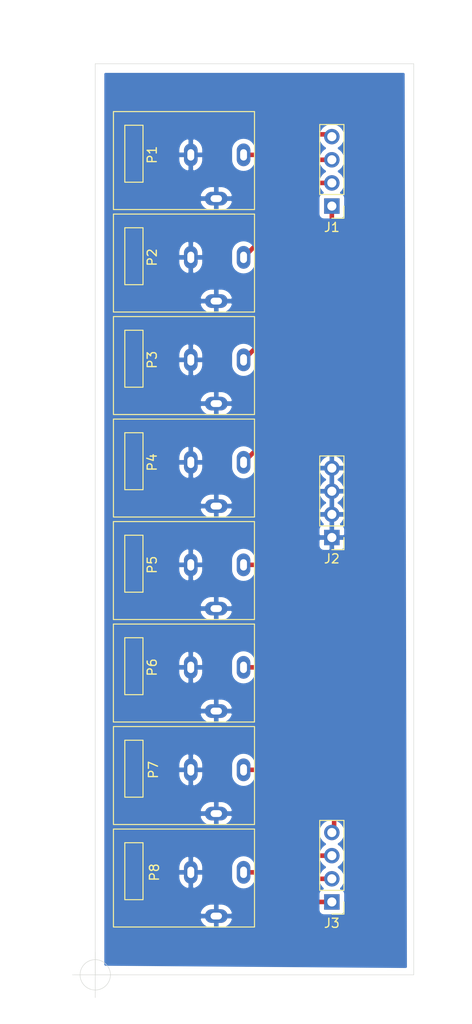
<source format=kicad_pcb>
(kicad_pcb (version 20171130) (host pcbnew 5.1.12-1.fc35)

  (general
    (thickness 1.6)
    (drawings 13)
    (tracks 31)
    (zones 0)
    (modules 11)
    (nets 10)
  )

  (page A4)
  (layers
    (0 F.Cu signal)
    (31 B.Cu signal)
    (32 B.Adhes user)
    (33 F.Adhes user)
    (34 B.Paste user)
    (35 F.Paste user)
    (36 B.SilkS user)
    (37 F.SilkS user)
    (38 B.Mask user)
    (39 F.Mask user)
    (40 Dwgs.User user)
    (41 Cmts.User user)
    (42 Eco1.User user)
    (43 Eco2.User user)
    (44 Edge.Cuts user)
    (45 Margin user)
    (46 B.CrtYd user)
    (47 F.CrtYd user)
    (48 B.Fab user)
    (49 F.Fab user hide)
  )

  (setup
    (last_trace_width 0.5)
    (trace_clearance 0.5)
    (zone_clearance 0.508)
    (zone_45_only no)
    (trace_min 0.2)
    (via_size 0.8)
    (via_drill 0.4)
    (via_min_size 0.4)
    (via_min_drill 0.3)
    (uvia_size 0.3)
    (uvia_drill 0.1)
    (uvias_allowed no)
    (uvia_min_size 0.2)
    (uvia_min_drill 0.1)
    (edge_width 0.05)
    (segment_width 0.2)
    (pcb_text_width 0.3)
    (pcb_text_size 1.5 1.5)
    (mod_edge_width 0.12)
    (mod_text_size 1 1)
    (mod_text_width 0.15)
    (pad_size 1.524 1.524)
    (pad_drill 0.762)
    (pad_to_mask_clearance 0)
    (aux_axis_origin 72 139)
    (grid_origin 72 139)
    (visible_elements FFFFFF7F)
    (pcbplotparams
      (layerselection 0x010fc_ffffffff)
      (usegerberextensions false)
      (usegerberattributes true)
      (usegerberadvancedattributes true)
      (creategerberjobfile true)
      (excludeedgelayer true)
      (linewidth 0.100000)
      (plotframeref false)
      (viasonmask false)
      (mode 1)
      (useauxorigin false)
      (hpglpennumber 1)
      (hpglpenspeed 20)
      (hpglpendiameter 15.000000)
      (psnegative false)
      (psa4output false)
      (plotreference true)
      (plotvalue true)
      (plotinvisibletext false)
      (padsonsilk false)
      (subtractmaskfromsilk false)
      (outputformat 1)
      (mirror false)
      (drillshape 1)
      (scaleselection 1)
      (outputdirectory ""))
  )

  (net 0 "")
  (net 1 /CH_A7)
  (net 2 /CH_A6)
  (net 3 /CH_A5)
  (net 4 /CH_A4)
  (net 5 GND)
  (net 6 /CH_B7)
  (net 7 /CH_B6)
  (net 8 /CH_B5)
  (net 9 /CH_B4)

  (net_class Default "This is the default net class."
    (clearance 0.5)
    (trace_width 0.5)
    (via_dia 0.8)
    (via_drill 0.4)
    (uvia_dia 0.3)
    (uvia_drill 0.1)
    (add_net /CH_A4)
    (add_net /CH_A5)
    (add_net /CH_A6)
    (add_net /CH_A7)
    (add_net /CH_B4)
    (add_net /CH_B5)
    (add_net /CH_B6)
    (add_net /CH_B7)
    (add_net GND)
  )

  (module PanelIQ:DC-005 (layer F.Cu) (tedit 62043872) (tstamp 621AA555)
    (at 74.5 127.75)
    (path /624A0DBA)
    (fp_text reference P8 (at 4 0 270) (layer F.SilkS)
      (effects (font (size 1 1) (thickness 0.15)))
    )
    (fp_text value CH7 (at 7.0964 -12.5039 180) (layer F.Fab)
      (effects (font (size 1 1) (thickness 0.15)))
    )
    (fp_line (start -0.5 6) (end -0.5 -4.75) (layer F.SilkS) (width 0.12))
    (fp_line (start 15 6) (end -0.5 6) (layer F.SilkS) (width 0.12))
    (fp_line (start 15 -4.75) (end 15 6) (layer F.SilkS) (width 0.12))
    (fp_line (start -0.5 -4.75) (end 15 -4.75) (layer F.SilkS) (width 0.12))
    (fp_line (start 0.75 3) (end 0.75 -3.25) (layer F.SilkS) (width 0.12))
    (fp_line (start 2.75 3) (end 0.75 3) (layer F.SilkS) (width 0.12))
    (fp_line (start 2.75 -3.25) (end 2.75 3) (layer F.SilkS) (width 0.12))
    (fp_line (start 0.75 -3.25) (end 2.75 -3.25) (layer F.SilkS) (width 0.12))
    (fp_line (start 0 4.5) (end 14.3 4.5) (layer F.CrtYd) (width 0.12))
    (fp_line (start 14.3 -4.5) (end 14.3 4.5) (layer F.CrtYd) (width 0.12))
    (fp_line (start 14.3 -4.5) (end 0 -4.5) (layer F.CrtYd) (width 0.12))
    (fp_line (start 0 -4.5) (end 0 4.5) (layer F.CrtYd) (width 0.12))
    (pad 2 thru_hole oval (at 8 0 180) (size 1.5 2.5) (drill oval 0.75 1.25) (layers *.Cu *.Mask)
      (net 5 GND))
    (pad 1 thru_hole oval (at 13.8 0 180) (size 1.5 2.5) (drill oval 0.75 1.25) (layers *.Cu *.Mask)
      (net 9 /CH_B4))
    (pad 3 thru_hole oval (at 10.8 4.8 90) (size 1.5 2.5) (drill oval 0.75 1.25) (layers *.Cu *.Mask)
      (net 5 GND))
  )

  (module PanelIQ:DC-005 (layer F.Cu) (tedit 62043872) (tstamp 621AA4A7)
    (at 74.495 105.25)
    (path /624A0DAD)
    (fp_text reference P6 (at 3.755 0 90) (layer F.SilkS)
      (effects (font (size 1 1) (thickness 0.15)))
    )
    (fp_text value CH6 (at 7.0964 -12.5039 180) (layer F.Fab)
      (effects (font (size 1 1) (thickness 0.15)))
    )
    (fp_line (start -0.5 6) (end -0.5 -4.75) (layer F.SilkS) (width 0.12))
    (fp_line (start 15 6) (end -0.5 6) (layer F.SilkS) (width 0.12))
    (fp_line (start 15 -4.75) (end 15 6) (layer F.SilkS) (width 0.12))
    (fp_line (start -0.5 -4.75) (end 15 -4.75) (layer F.SilkS) (width 0.12))
    (fp_line (start 0.75 3) (end 0.75 -3.25) (layer F.SilkS) (width 0.12))
    (fp_line (start 2.75 3) (end 0.75 3) (layer F.SilkS) (width 0.12))
    (fp_line (start 2.75 -3.25) (end 2.75 3) (layer F.SilkS) (width 0.12))
    (fp_line (start 0.75 -3.25) (end 2.75 -3.25) (layer F.SilkS) (width 0.12))
    (fp_line (start 0 4.5) (end 14.3 4.5) (layer F.CrtYd) (width 0.12))
    (fp_line (start 14.3 -4.5) (end 14.3 4.5) (layer F.CrtYd) (width 0.12))
    (fp_line (start 14.3 -4.5) (end 0 -4.5) (layer F.CrtYd) (width 0.12))
    (fp_line (start 0 -4.5) (end 0 4.5) (layer F.CrtYd) (width 0.12))
    (pad 2 thru_hole oval (at 8 0 180) (size 1.5 2.5) (drill oval 0.75 1.25) (layers *.Cu *.Mask)
      (net 5 GND))
    (pad 1 thru_hole oval (at 13.8 0 180) (size 1.5 2.5) (drill oval 0.75 1.25) (layers *.Cu *.Mask)
      (net 7 /CH_B6))
    (pad 3 thru_hole oval (at 10.8 4.8 90) (size 1.5 2.5) (drill oval 0.75 1.25) (layers *.Cu *.Mask)
      (net 5 GND))
  )

  (module PanelIQ:DC-005 (layer F.Cu) (tedit 62043872) (tstamp 621AA58B)
    (at 74.5 116.5)
    (path /624A0DA1)
    (fp_text reference P7 (at 3.885 0 90) (layer F.SilkS)
      (effects (font (size 1 1) (thickness 0.15)))
    )
    (fp_text value CH5 (at 7.0964 -12.5039 180) (layer F.Fab)
      (effects (font (size 1 1) (thickness 0.15)))
    )
    (fp_line (start -0.5 6) (end -0.5 -4.75) (layer F.SilkS) (width 0.12))
    (fp_line (start 15 6) (end -0.5 6) (layer F.SilkS) (width 0.12))
    (fp_line (start 15 -4.75) (end 15 6) (layer F.SilkS) (width 0.12))
    (fp_line (start -0.5 -4.75) (end 15 -4.75) (layer F.SilkS) (width 0.12))
    (fp_line (start 0.75 3) (end 0.75 -3.25) (layer F.SilkS) (width 0.12))
    (fp_line (start 2.75 3) (end 0.75 3) (layer F.SilkS) (width 0.12))
    (fp_line (start 2.75 -3.25) (end 2.75 3) (layer F.SilkS) (width 0.12))
    (fp_line (start 0.75 -3.25) (end 2.75 -3.25) (layer F.SilkS) (width 0.12))
    (fp_line (start 0 4.5) (end 14.3 4.5) (layer F.CrtYd) (width 0.12))
    (fp_line (start 14.3 -4.5) (end 14.3 4.5) (layer F.CrtYd) (width 0.12))
    (fp_line (start 14.3 -4.5) (end 0 -4.5) (layer F.CrtYd) (width 0.12))
    (fp_line (start 0 -4.5) (end 0 4.5) (layer F.CrtYd) (width 0.12))
    (pad 2 thru_hole oval (at 8 0 180) (size 1.5 2.5) (drill oval 0.75 1.25) (layers *.Cu *.Mask)
      (net 5 GND))
    (pad 1 thru_hole oval (at 13.8 0 180) (size 1.5 2.5) (drill oval 0.75 1.25) (layers *.Cu *.Mask)
      (net 8 /CH_B5))
    (pad 3 thru_hole oval (at 10.8 4.8 90) (size 1.5 2.5) (drill oval 0.75 1.25) (layers *.Cu *.Mask)
      (net 5 GND))
  )

  (module PanelIQ:DC-005 (layer F.Cu) (tedit 62043872) (tstamp 621AA4E3)
    (at 74.495 94)
    (path /624A0D93)
    (fp_text reference P5 (at 3.755 0 270) (layer F.SilkS)
      (effects (font (size 1 1) (thickness 0.15)))
    )
    (fp_text value CH4 (at 7.0964 -12.5039 180) (layer F.Fab)
      (effects (font (size 1 1) (thickness 0.15)))
    )
    (fp_line (start -0.5 6) (end -0.5 -4.75) (layer F.SilkS) (width 0.12))
    (fp_line (start 15 6) (end -0.5 6) (layer F.SilkS) (width 0.12))
    (fp_line (start 15 -4.75) (end 15 6) (layer F.SilkS) (width 0.12))
    (fp_line (start -0.5 -4.75) (end 15 -4.75) (layer F.SilkS) (width 0.12))
    (fp_line (start 0.75 3) (end 0.75 -3.25) (layer F.SilkS) (width 0.12))
    (fp_line (start 2.75 3) (end 0.75 3) (layer F.SilkS) (width 0.12))
    (fp_line (start 2.75 -3.25) (end 2.75 3) (layer F.SilkS) (width 0.12))
    (fp_line (start 0.75 -3.25) (end 2.75 -3.25) (layer F.SilkS) (width 0.12))
    (fp_line (start 0 4.5) (end 14.3 4.5) (layer F.CrtYd) (width 0.12))
    (fp_line (start 14.3 -4.5) (end 14.3 4.5) (layer F.CrtYd) (width 0.12))
    (fp_line (start 14.3 -4.5) (end 0 -4.5) (layer F.CrtYd) (width 0.12))
    (fp_line (start 0 -4.5) (end 0 4.5) (layer F.CrtYd) (width 0.12))
    (pad 2 thru_hole oval (at 8 0 180) (size 1.5 2.5) (drill oval 0.75 1.25) (layers *.Cu *.Mask)
      (net 5 GND))
    (pad 1 thru_hole oval (at 13.8 0 180) (size 1.5 2.5) (drill oval 0.75 1.25) (layers *.Cu *.Mask)
      (net 6 /CH_B7))
    (pad 3 thru_hole oval (at 10.8 4.8 90) (size 1.5 2.5) (drill oval 0.75 1.25) (layers *.Cu *.Mask)
      (net 5 GND))
  )

  (module PanelIQ:DC-005 (layer F.Cu) (tedit 62043872) (tstamp 621AA51F)
    (at 74.5 71.5)
    (path /6245A0EB)
    (fp_text reference P3 (at 3.75 0 90) (layer F.SilkS)
      (effects (font (size 1 1) (thickness 0.15)))
    )
    (fp_text value CH3 (at 7.0964 -12.5039 180) (layer F.Fab)
      (effects (font (size 1 1) (thickness 0.15)))
    )
    (fp_line (start -0.5 6) (end -0.5 -4.75) (layer F.SilkS) (width 0.12))
    (fp_line (start 15 6) (end -0.5 6) (layer F.SilkS) (width 0.12))
    (fp_line (start 15 -4.75) (end 15 6) (layer F.SilkS) (width 0.12))
    (fp_line (start -0.5 -4.75) (end 15 -4.75) (layer F.SilkS) (width 0.12))
    (fp_line (start 0.75 3) (end 0.75 -3.25) (layer F.SilkS) (width 0.12))
    (fp_line (start 2.75 3) (end 0.75 3) (layer F.SilkS) (width 0.12))
    (fp_line (start 2.75 -3.25) (end 2.75 3) (layer F.SilkS) (width 0.12))
    (fp_line (start 0.75 -3.25) (end 2.75 -3.25) (layer F.SilkS) (width 0.12))
    (fp_line (start 0 4.5) (end 14.3 4.5) (layer F.CrtYd) (width 0.12))
    (fp_line (start 14.3 -4.5) (end 14.3 4.5) (layer F.CrtYd) (width 0.12))
    (fp_line (start 14.3 -4.5) (end 0 -4.5) (layer F.CrtYd) (width 0.12))
    (fp_line (start 0 -4.5) (end 0 4.5) (layer F.CrtYd) (width 0.12))
    (pad 2 thru_hole oval (at 8 0 180) (size 1.5 2.5) (drill oval 0.75 1.25) (layers *.Cu *.Mask)
      (net 5 GND))
    (pad 1 thru_hole oval (at 13.8 0 180) (size 1.5 2.5) (drill oval 0.75 1.25) (layers *.Cu *.Mask)
      (net 3 /CH_A5))
    (pad 3 thru_hole oval (at 10.8 4.8 90) (size 1.5 2.5) (drill oval 0.75 1.25) (layers *.Cu *.Mask)
      (net 5 GND))
  )

  (module PanelIQ:DC-005 (layer F.Cu) (tedit 62043872) (tstamp 621AA43B)
    (at 74.5 82.75)
    (path /6245A0DD)
    (fp_text reference P4 (at 3.75 0 90) (layer F.SilkS)
      (effects (font (size 1 1) (thickness 0.15)))
    )
    (fp_text value CH2 (at 7.0964 -12.5039 180) (layer F.Fab)
      (effects (font (size 1 1) (thickness 0.15)))
    )
    (fp_line (start -0.5 6) (end -0.5 -4.75) (layer F.SilkS) (width 0.12))
    (fp_line (start 15 6) (end -0.5 6) (layer F.SilkS) (width 0.12))
    (fp_line (start 15 -4.75) (end 15 6) (layer F.SilkS) (width 0.12))
    (fp_line (start -0.5 -4.75) (end 15 -4.75) (layer F.SilkS) (width 0.12))
    (fp_line (start 0.75 3) (end 0.75 -3.25) (layer F.SilkS) (width 0.12))
    (fp_line (start 2.75 3) (end 0.75 3) (layer F.SilkS) (width 0.12))
    (fp_line (start 2.75 -3.25) (end 2.75 3) (layer F.SilkS) (width 0.12))
    (fp_line (start 0.75 -3.25) (end 2.75 -3.25) (layer F.SilkS) (width 0.12))
    (fp_line (start 0 4.5) (end 14.3 4.5) (layer F.CrtYd) (width 0.12))
    (fp_line (start 14.3 -4.5) (end 14.3 4.5) (layer F.CrtYd) (width 0.12))
    (fp_line (start 14.3 -4.5) (end 0 -4.5) (layer F.CrtYd) (width 0.12))
    (fp_line (start 0 -4.5) (end 0 4.5) (layer F.CrtYd) (width 0.12))
    (pad 2 thru_hole oval (at 8 0 180) (size 1.5 2.5) (drill oval 0.75 1.25) (layers *.Cu *.Mask)
      (net 5 GND))
    (pad 1 thru_hole oval (at 13.8 0 180) (size 1.5 2.5) (drill oval 0.75 1.25) (layers *.Cu *.Mask)
      (net 4 /CH_A4))
    (pad 3 thru_hole oval (at 10.8 4.8 90) (size 1.5 2.5) (drill oval 0.75 1.25) (layers *.Cu *.Mask)
      (net 5 GND))
  )

  (module PanelIQ:DC-005 (layer F.Cu) (tedit 62043872) (tstamp 621AA471)
    (at 74.5 60.25)
    (path /62388465)
    (fp_text reference P2 (at 3.75 0 90) (layer F.SilkS)
      (effects (font (size 1 1) (thickness 0.15)))
    )
    (fp_text value CH1 (at 7.0964 -12.5039 180) (layer F.Fab)
      (effects (font (size 1 1) (thickness 0.15)))
    )
    (fp_line (start -0.5 6) (end -0.5 -4.75) (layer F.SilkS) (width 0.12))
    (fp_line (start 15 6) (end -0.5 6) (layer F.SilkS) (width 0.12))
    (fp_line (start 15 -4.75) (end 15 6) (layer F.SilkS) (width 0.12))
    (fp_line (start -0.5 -4.75) (end 15 -4.75) (layer F.SilkS) (width 0.12))
    (fp_line (start 0.75 3) (end 0.75 -3.25) (layer F.SilkS) (width 0.12))
    (fp_line (start 2.75 3) (end 0.75 3) (layer F.SilkS) (width 0.12))
    (fp_line (start 2.75 -3.25) (end 2.75 3) (layer F.SilkS) (width 0.12))
    (fp_line (start 0.75 -3.25) (end 2.75 -3.25) (layer F.SilkS) (width 0.12))
    (fp_line (start 0 4.5) (end 14.3 4.5) (layer F.CrtYd) (width 0.12))
    (fp_line (start 14.3 -4.5) (end 14.3 4.5) (layer F.CrtYd) (width 0.12))
    (fp_line (start 14.3 -4.5) (end 0 -4.5) (layer F.CrtYd) (width 0.12))
    (fp_line (start 0 -4.5) (end 0 4.5) (layer F.CrtYd) (width 0.12))
    (pad 2 thru_hole oval (at 8 0 180) (size 1.5 2.5) (drill oval 0.75 1.25) (layers *.Cu *.Mask)
      (net 5 GND))
    (pad 1 thru_hole oval (at 13.8 0 180) (size 1.5 2.5) (drill oval 0.75 1.25) (layers *.Cu *.Mask)
      (net 2 /CH_A6))
    (pad 3 thru_hole oval (at 10.8 4.8 90) (size 1.5 2.5) (drill oval 0.75 1.25) (layers *.Cu *.Mask)
      (net 5 GND))
  )

  (module PanelIQ:DC-005 (layer F.Cu) (tedit 62043872) (tstamp 621AA405)
    (at 74.5 49)
    (path /61CD718E)
    (fp_text reference P1 (at 3.75 0 270) (layer F.SilkS)
      (effects (font (size 1 1) (thickness 0.15)))
    )
    (fp_text value CH0 (at 7.0964 -12.5039 180) (layer F.Fab)
      (effects (font (size 1 1) (thickness 0.15)))
    )
    (fp_line (start -0.5 6) (end -0.5 -4.75) (layer F.SilkS) (width 0.12))
    (fp_line (start 15 6) (end -0.5 6) (layer F.SilkS) (width 0.12))
    (fp_line (start 15 -4.75) (end 15 6) (layer F.SilkS) (width 0.12))
    (fp_line (start -0.5 -4.75) (end 15 -4.75) (layer F.SilkS) (width 0.12))
    (fp_line (start 0.75 3) (end 0.75 -3.25) (layer F.SilkS) (width 0.12))
    (fp_line (start 2.75 3) (end 0.75 3) (layer F.SilkS) (width 0.12))
    (fp_line (start 2.75 -3.25) (end 2.75 3) (layer F.SilkS) (width 0.12))
    (fp_line (start 0.75 -3.25) (end 2.75 -3.25) (layer F.SilkS) (width 0.12))
    (fp_line (start 0 4.5) (end 14.3 4.5) (layer F.CrtYd) (width 0.12))
    (fp_line (start 14.3 -4.5) (end 14.3 4.5) (layer F.CrtYd) (width 0.12))
    (fp_line (start 14.3 -4.5) (end 0 -4.5) (layer F.CrtYd) (width 0.12))
    (fp_line (start 0 -4.5) (end 0 4.5) (layer F.CrtYd) (width 0.12))
    (pad 2 thru_hole oval (at 8 0 180) (size 1.5 2.5) (drill oval 0.75 1.25) (layers *.Cu *.Mask)
      (net 5 GND))
    (pad 1 thru_hole oval (at 13.8 0 180) (size 1.5 2.5) (drill oval 0.75 1.25) (layers *.Cu *.Mask)
      (net 1 /CH_A7))
    (pad 3 thru_hole oval (at 10.8 4.8 90) (size 1.5 2.5) (drill oval 0.75 1.25) (layers *.Cu *.Mask)
      (net 5 GND))
  )

  (module Connector_PinHeader_2.54mm:PinHeader_1x04_P2.54mm_Vertical (layer F.Cu) (tedit 59FED5CC) (tstamp 621A959E)
    (at 98 131 180)
    (descr "Through hole straight pin header, 1x04, 2.54mm pitch, single row")
    (tags "Through hole pin header THT 1x04 2.54mm single row")
    (path /620B3551)
    (fp_text reference J3 (at 0 -2.33) (layer F.SilkS)
      (effects (font (size 1 1) (thickness 0.15)))
    )
    (fp_text value ADDL_INPUT2 (at 0 9.95) (layer F.Fab)
      (effects (font (size 1 1) (thickness 0.15)))
    )
    (fp_text user %R (at 0 3.81 90) (layer F.Fab)
      (effects (font (size 1 1) (thickness 0.15)))
    )
    (fp_line (start -0.635 -1.27) (end 1.27 -1.27) (layer F.Fab) (width 0.1))
    (fp_line (start 1.27 -1.27) (end 1.27 8.89) (layer F.Fab) (width 0.1))
    (fp_line (start 1.27 8.89) (end -1.27 8.89) (layer F.Fab) (width 0.1))
    (fp_line (start -1.27 8.89) (end -1.27 -0.635) (layer F.Fab) (width 0.1))
    (fp_line (start -1.27 -0.635) (end -0.635 -1.27) (layer F.Fab) (width 0.1))
    (fp_line (start -1.33 8.95) (end 1.33 8.95) (layer F.SilkS) (width 0.12))
    (fp_line (start -1.33 1.27) (end -1.33 8.95) (layer F.SilkS) (width 0.12))
    (fp_line (start 1.33 1.27) (end 1.33 8.95) (layer F.SilkS) (width 0.12))
    (fp_line (start -1.33 1.27) (end 1.33 1.27) (layer F.SilkS) (width 0.12))
    (fp_line (start -1.33 0) (end -1.33 -1.33) (layer F.SilkS) (width 0.12))
    (fp_line (start -1.33 -1.33) (end 0 -1.33) (layer F.SilkS) (width 0.12))
    (fp_line (start -1.8 -1.8) (end -1.8 9.4) (layer F.CrtYd) (width 0.05))
    (fp_line (start -1.8 9.4) (end 1.8 9.4) (layer F.CrtYd) (width 0.05))
    (fp_line (start 1.8 9.4) (end 1.8 -1.8) (layer F.CrtYd) (width 0.05))
    (fp_line (start 1.8 -1.8) (end -1.8 -1.8) (layer F.CrtYd) (width 0.05))
    (pad 4 thru_hole oval (at 0 7.62 180) (size 1.7 1.7) (drill 1) (layers *.Cu *.Mask)
      (net 6 /CH_B7))
    (pad 3 thru_hole oval (at 0 5.08 180) (size 1.7 1.7) (drill 1) (layers *.Cu *.Mask)
      (net 7 /CH_B6))
    (pad 2 thru_hole oval (at 0 2.54 180) (size 1.7 1.7) (drill 1) (layers *.Cu *.Mask)
      (net 8 /CH_B5))
    (pad 1 thru_hole rect (at 0 0 180) (size 1.7 1.7) (drill 1) (layers *.Cu *.Mask)
      (net 9 /CH_B4))
    (model ${KISYS3DMOD}/Connector_PinHeader_2.54mm.3dshapes/PinHeader_1x04_P2.54mm_Vertical.wrl
      (at (xyz 0 0 0))
      (scale (xyz 1 1 1))
      (rotate (xyz 0 0 0))
    )
  )

  (module Connector_PinHeader_2.54mm:PinHeader_1x04_P2.54mm_Vertical (layer F.Cu) (tedit 59FED5CC) (tstamp 621A9586)
    (at 98 91 180)
    (descr "Through hole straight pin header, 1x04, 2.54mm pitch, single row")
    (tags "Through hole pin header THT 1x04 2.54mm single row")
    (path /620C47CE)
    (fp_text reference J2 (at 0 -2.33) (layer F.SilkS)
      (effects (font (size 1 1) (thickness 0.15)))
    )
    (fp_text value GND (at 0 9.95) (layer F.Fab)
      (effects (font (size 1 1) (thickness 0.15)))
    )
    (fp_text user %R (at 0 3.81 90) (layer F.Fab)
      (effects (font (size 1 1) (thickness 0.15)))
    )
    (fp_line (start -0.635 -1.27) (end 1.27 -1.27) (layer F.Fab) (width 0.1))
    (fp_line (start 1.27 -1.27) (end 1.27 8.89) (layer F.Fab) (width 0.1))
    (fp_line (start 1.27 8.89) (end -1.27 8.89) (layer F.Fab) (width 0.1))
    (fp_line (start -1.27 8.89) (end -1.27 -0.635) (layer F.Fab) (width 0.1))
    (fp_line (start -1.27 -0.635) (end -0.635 -1.27) (layer F.Fab) (width 0.1))
    (fp_line (start -1.33 8.95) (end 1.33 8.95) (layer F.SilkS) (width 0.12))
    (fp_line (start -1.33 1.27) (end -1.33 8.95) (layer F.SilkS) (width 0.12))
    (fp_line (start 1.33 1.27) (end 1.33 8.95) (layer F.SilkS) (width 0.12))
    (fp_line (start -1.33 1.27) (end 1.33 1.27) (layer F.SilkS) (width 0.12))
    (fp_line (start -1.33 0) (end -1.33 -1.33) (layer F.SilkS) (width 0.12))
    (fp_line (start -1.33 -1.33) (end 0 -1.33) (layer F.SilkS) (width 0.12))
    (fp_line (start -1.8 -1.8) (end -1.8 9.4) (layer F.CrtYd) (width 0.05))
    (fp_line (start -1.8 9.4) (end 1.8 9.4) (layer F.CrtYd) (width 0.05))
    (fp_line (start 1.8 9.4) (end 1.8 -1.8) (layer F.CrtYd) (width 0.05))
    (fp_line (start 1.8 -1.8) (end -1.8 -1.8) (layer F.CrtYd) (width 0.05))
    (pad 4 thru_hole oval (at 0 7.62 180) (size 1.7 1.7) (drill 1) (layers *.Cu *.Mask)
      (net 5 GND))
    (pad 3 thru_hole oval (at 0 5.08 180) (size 1.7 1.7) (drill 1) (layers *.Cu *.Mask)
      (net 5 GND))
    (pad 2 thru_hole oval (at 0 2.54 180) (size 1.7 1.7) (drill 1) (layers *.Cu *.Mask)
      (net 5 GND))
    (pad 1 thru_hole rect (at 0 0 180) (size 1.7 1.7) (drill 1) (layers *.Cu *.Mask)
      (net 5 GND))
    (model ${KISYS3DMOD}/Connector_PinHeader_2.54mm.3dshapes/PinHeader_1x04_P2.54mm_Vertical.wrl
      (at (xyz 0 0 0))
      (scale (xyz 1 1 1))
      (rotate (xyz 0 0 0))
    )
  )

  (module Connector_PinHeader_2.54mm:PinHeader_1x04_P2.54mm_Vertical (layer F.Cu) (tedit 59FED5CC) (tstamp 621A956E)
    (at 98 54.62 180)
    (descr "Through hole straight pin header, 1x04, 2.54mm pitch, single row")
    (tags "Through hole pin header THT 1x04 2.54mm single row")
    (path /62CDDC79)
    (fp_text reference J1 (at 0 -2.33) (layer F.SilkS)
      (effects (font (size 1 1) (thickness 0.15)))
    )
    (fp_text value ADDL_INPUT1 (at 0 9.95) (layer F.Fab)
      (effects (font (size 1 1) (thickness 0.15)))
    )
    (fp_text user %R (at 0 3.81 90) (layer F.Fab)
      (effects (font (size 1 1) (thickness 0.15)))
    )
    (fp_line (start -0.635 -1.27) (end 1.27 -1.27) (layer F.Fab) (width 0.1))
    (fp_line (start 1.27 -1.27) (end 1.27 8.89) (layer F.Fab) (width 0.1))
    (fp_line (start 1.27 8.89) (end -1.27 8.89) (layer F.Fab) (width 0.1))
    (fp_line (start -1.27 8.89) (end -1.27 -0.635) (layer F.Fab) (width 0.1))
    (fp_line (start -1.27 -0.635) (end -0.635 -1.27) (layer F.Fab) (width 0.1))
    (fp_line (start -1.33 8.95) (end 1.33 8.95) (layer F.SilkS) (width 0.12))
    (fp_line (start -1.33 1.27) (end -1.33 8.95) (layer F.SilkS) (width 0.12))
    (fp_line (start 1.33 1.27) (end 1.33 8.95) (layer F.SilkS) (width 0.12))
    (fp_line (start -1.33 1.27) (end 1.33 1.27) (layer F.SilkS) (width 0.12))
    (fp_line (start -1.33 0) (end -1.33 -1.33) (layer F.SilkS) (width 0.12))
    (fp_line (start -1.33 -1.33) (end 0 -1.33) (layer F.SilkS) (width 0.12))
    (fp_line (start -1.8 -1.8) (end -1.8 9.4) (layer F.CrtYd) (width 0.05))
    (fp_line (start -1.8 9.4) (end 1.8 9.4) (layer F.CrtYd) (width 0.05))
    (fp_line (start 1.8 9.4) (end 1.8 -1.8) (layer F.CrtYd) (width 0.05))
    (fp_line (start 1.8 -1.8) (end -1.8 -1.8) (layer F.CrtYd) (width 0.05))
    (pad 4 thru_hole oval (at 0 7.62 180) (size 1.7 1.7) (drill 1) (layers *.Cu *.Mask)
      (net 1 /CH_A7))
    (pad 3 thru_hole oval (at 0 5.08 180) (size 1.7 1.7) (drill 1) (layers *.Cu *.Mask)
      (net 2 /CH_A6))
    (pad 2 thru_hole oval (at 0 2.54 180) (size 1.7 1.7) (drill 1) (layers *.Cu *.Mask)
      (net 3 /CH_A5))
    (pad 1 thru_hole rect (at 0 0 180) (size 1.7 1.7) (drill 1) (layers *.Cu *.Mask)
      (net 4 /CH_A4))
    (model ${KISYS3DMOD}/Connector_PinHeader_2.54mm.3dshapes/PinHeader_1x04_P2.54mm_Vertical.wrl
      (at (xyz 0 0 0))
      (scale (xyz 1 1 1))
      (rotate (xyz 0 0 0))
    )
  )

  (dimension 40 (width 0.15) (layer Dwgs.User)
    (gr_text "40.000 mm" (at 112.05 111 90) (layer Dwgs.User)
      (effects (font (size 1 1) (thickness 0.15)))
    )
    (feature1 (pts (xy 98 91) (xy 111.336421 91)))
    (feature2 (pts (xy 98 131) (xy 111.336421 131)))
    (crossbar (pts (xy 110.75 131) (xy 110.75 91)))
    (arrow1a (pts (xy 110.75 91) (xy 111.336421 92.126504)))
    (arrow1b (pts (xy 110.75 91) (xy 110.163579 92.126504)))
    (arrow2a (pts (xy 110.75 131) (xy 111.336421 129.873496)))
    (arrow2b (pts (xy 110.75 131) (xy 110.163579 129.873496)))
  )
  (dimension 8 (width 0.15) (layer Dwgs.User)
    (gr_text "8.000 mm" (at 111.55 43 270) (layer Dwgs.User)
      (effects (font (size 1 1) (thickness 0.15)))
    )
    (feature1 (pts (xy 98 47) (xy 110.836421 47)))
    (feature2 (pts (xy 98 39) (xy 110.836421 39)))
    (crossbar (pts (xy 110.25 39) (xy 110.25 47)))
    (arrow1a (pts (xy 110.25 47) (xy 109.663579 45.873496)))
    (arrow1b (pts (xy 110.25 47) (xy 110.836421 45.873496)))
    (arrow2a (pts (xy 110.25 39) (xy 109.663579 40.126504)))
    (arrow2b (pts (xy 110.25 39) (xy 110.836421 40.126504)))
  )
  (target plus (at 72 139) (size 5) (width 0.05) (layer Edge.Cuts))
  (dimension 26 (width 0.15) (layer Dwgs.User)
    (gr_text "26.000 mm" (at 85 142.8) (layer Dwgs.User)
      (effects (font (size 1 1) (thickness 0.15)))
    )
    (feature1 (pts (xy 72 131) (xy 72 142.086421)))
    (feature2 (pts (xy 98 131) (xy 98 142.086421)))
    (crossbar (pts (xy 98 141.5) (xy 72 141.5)))
    (arrow1a (pts (xy 72 141.5) (xy 73.126504 140.913579)))
    (arrow1b (pts (xy 72 141.5) (xy 73.126504 142.086421)))
    (arrow2a (pts (xy 98 141.5) (xy 96.873496 140.913579)))
    (arrow2b (pts (xy 98 141.5) (xy 96.873496 142.086421)))
  )
  (dimension 8 (width 0.15) (layer Dwgs.User)
    (gr_text "8.000 mm" (at 112.05 135 270) (layer Dwgs.User)
      (effects (font (size 1 1) (thickness 0.15)))
    )
    (feature1 (pts (xy 98 139) (xy 111.336421 139)))
    (feature2 (pts (xy 98 131) (xy 111.336421 131)))
    (crossbar (pts (xy 110.75 131) (xy 110.75 139)))
    (arrow1a (pts (xy 110.75 139) (xy 110.163579 137.873496)))
    (arrow1b (pts (xy 110.75 139) (xy 111.336421 137.873496)))
    (arrow2a (pts (xy 110.75 131) (xy 110.163579 132.126504)))
    (arrow2b (pts (xy 110.75 131) (xy 111.336421 132.126504)))
  )
  (dimension 5.25 (width 0.15) (layer Dwgs.User) (tstamp 621AA509)
    (gr_text "5.250 mm" (at 65.2 136.375 90) (layer Dwgs.User) (tstamp 621AA50A)
      (effects (font (size 1 1) (thickness 0.15)))
    )
    (feature1 (pts (xy 74 133.75) (xy 65.913579 133.75)))
    (feature2 (pts (xy 74 139) (xy 65.913579 139)))
    (crossbar (pts (xy 66.5 139) (xy 66.5 133.75)))
    (arrow1a (pts (xy 66.5 133.75) (xy 67.086421 134.876504)))
    (arrow1b (pts (xy 66.5 133.75) (xy 65.913579 134.876504)))
    (arrow2a (pts (xy 66.5 139) (xy 67.086421 137.873496)))
    (arrow2b (pts (xy 66.5 139) (xy 65.913579 137.873496)))
  )
  (dimension 2 (width 0.15) (layer Dwgs.User) (tstamp 621AA4CD)
    (gr_text "2.000 mm" (at 73 145.05) (layer Dwgs.User) (tstamp 621AA4CE)
      (effects (font (size 1 1) (thickness 0.15)))
    )
    (feature1 (pts (xy 74 133.75) (xy 74 144.336421)))
    (feature2 (pts (xy 72 133.75) (xy 72 144.336421)))
    (crossbar (pts (xy 72 143.75) (xy 74 143.75)))
    (arrow1a (pts (xy 74 143.75) (xy 72.873496 144.336421)))
    (arrow1b (pts (xy 74 143.75) (xy 72.873496 143.163579)))
    (arrow2a (pts (xy 72 143.75) (xy 73.126504 144.336421)))
    (arrow2b (pts (xy 72 143.75) (xy 73.126504 143.163579)))
  )
  (dimension 35 (width 0.15) (layer Dwgs.User)
    (gr_text "35.000 mm" (at 89.5 32.7) (layer Dwgs.User)
      (effects (font (size 1 1) (thickness 0.15)))
    )
    (feature1 (pts (xy 107 39) (xy 107 33.413579)))
    (feature2 (pts (xy 72 39) (xy 72 33.413579)))
    (crossbar (pts (xy 72 34) (xy 107 34)))
    (arrow1a (pts (xy 107 34) (xy 105.873496 34.586421)))
    (arrow1b (pts (xy 107 34) (xy 105.873496 33.413579)))
    (arrow2a (pts (xy 72 34) (xy 73.126504 34.586421)))
    (arrow2b (pts (xy 72 34) (xy 73.126504 33.413579)))
  )
  (dimension 100 (width 0.15) (layer Dwgs.User) (tstamp 621AA5B1)
    (gr_text "100.000 mm" (at 68.45 89 90) (layer Dwgs.User) (tstamp 621AA5B2)
      (effects (font (size 1 1) (thickness 0.15)))
    )
    (feature1 (pts (xy 72 39) (xy 69.163579 39)))
    (feature2 (pts (xy 72 139) (xy 69.163579 139)))
    (crossbar (pts (xy 69.75 139) (xy 69.75 39)))
    (arrow1a (pts (xy 69.75 39) (xy 70.336421 40.126504)))
    (arrow1b (pts (xy 69.75 39) (xy 69.163579 40.126504)))
    (arrow2a (pts (xy 69.75 139) (xy 70.336421 137.873496)))
    (arrow2b (pts (xy 69.75 139) (xy 69.163579 137.873496)))
  )
  (gr_line (start 107 39) (end 107 139) (layer Edge.Cuts) (width 0.05) (tstamp 621A9E37))
  (gr_line (start 72 139) (end 72 39) (layer Edge.Cuts) (width 0.05) (tstamp 621A9E36))
  (gr_line (start 72 139) (end 107 139) (layer Edge.Cuts) (width 0.05) (tstamp 621A9E1E))
  (gr_line (start 72 39) (end 107 39) (layer Edge.Cuts) (width 0.05))

  (segment (start 98 47) (end 98 46.75) (width 0.5) (layer F.Cu) (net 1))
  (segment (start 98 46.75) (end 93.25 46.75) (width 0.5) (layer F.Cu) (net 1))
  (segment (start 91 49) (end 88.3 49) (width 0.5) (layer F.Cu) (net 1))
  (segment (start 93.25 46.75) (end 91 49) (width 0.5) (layer F.Cu) (net 1))
  (segment (start 98 49.54) (end 93.96 49.54) (width 0.5) (layer F.Cu) (net 2))
  (segment (start 93.96 49.54) (end 91.75 51.75) (width 0.5) (layer F.Cu) (net 2))
  (segment (start 91.75 56.8) (end 88.3 60.25) (width 0.5) (layer F.Cu) (net 2))
  (segment (start 91.75 51.75) (end 91.75 56.8) (width 0.5) (layer F.Cu) (net 2))
  (segment (start 98 52.08) (end 94.92 52.08) (width 0.5) (layer F.Cu) (net 3))
  (segment (start 94.92 52.08) (end 93 54) (width 0.5) (layer F.Cu) (net 3))
  (segment (start 93 66.8) (end 88.3 71.5) (width 0.5) (layer F.Cu) (net 3))
  (segment (start 93 54) (end 93 66.8) (width 0.5) (layer F.Cu) (net 3))
  (segment (start 98 73.05) (end 88.3 82.75) (width 0.5) (layer F.Cu) (net 4))
  (segment (start 98 54.62) (end 98 73.05) (width 0.5) (layer F.Cu) (net 4))
  (segment (start 88.295 94) (end 90.25 94) (width 0.5) (layer F.Cu) (net 6))
  (segment (start 90.25 94) (end 98.25 102) (width 0.5) (layer F.Cu) (net 6))
  (segment (start 98.25 123.13) (end 98 123.38) (width 0.5) (layer F.Cu) (net 6))
  (segment (start 98.25 102) (end 98.25 123.13) (width 0.5) (layer F.Cu) (net 6))
  (segment (start 95.67 125.92) (end 98 125.92) (width 0.5) (layer F.Cu) (net 7))
  (segment (start 94.75 125) (end 95.67 125.92) (width 0.5) (layer F.Cu) (net 7))
  (segment (start 94.75 110.25) (end 94.75 125) (width 0.5) (layer F.Cu) (net 7))
  (segment (start 89.75 105.25) (end 94.75 110.25) (width 0.5) (layer F.Cu) (net 7))
  (segment (start 88.295 105.25) (end 89.75 105.25) (width 0.5) (layer F.Cu) (net 7))
  (segment (start 98 128.46) (end 94.21 128.46) (width 0.5) (layer F.Cu) (net 8))
  (segment (start 94.21 128.46) (end 92 126.25) (width 0.5) (layer F.Cu) (net 8))
  (segment (start 92 126.25) (end 92 118.5) (width 0.5) (layer F.Cu) (net 8))
  (segment (start 90 116.5) (end 88.3 116.5) (width 0.5) (layer F.Cu) (net 8))
  (segment (start 92 118.5) (end 90 116.5) (width 0.5) (layer F.Cu) (net 8))
  (segment (start 88.3 127.75) (end 89.5 127.75) (width 0.5) (layer F.Cu) (net 9))
  (segment (start 92.75 131) (end 98 131) (width 0.5) (layer F.Cu) (net 9))
  (segment (start 89.5 127.75) (end 92.75 131) (width 0.5) (layer F.Cu) (net 9))

  (zone (net 5) (net_name GND) (layer B.Cu) (tstamp 0) (hatch edge 0.508)
    (connect_pads (clearance 0.508))
    (min_thickness 0.254)
    (fill yes (arc_segments 32) (thermal_gap 0.508) (thermal_bridge_width 0.508))
    (polygon
      (pts
        (xy 106.25 138.25) (xy 73 138) (xy 73 40) (xy 106 40)
      )
    )
    (filled_polygon
      (pts
        (xy 106.122674 138.122039) (xy 73.127 137.873952) (xy 73.127 132.891185) (xy 83.457682 132.891185) (xy 83.471827 132.962684)
        (xy 83.577858 133.213868) (xy 83.730855 133.43954) (xy 83.924939 133.631028) (xy 84.152651 133.780972) (xy 84.40524 133.883611)
        (xy 84.673 133.935) (xy 85.173 133.935) (xy 85.173 132.677) (xy 85.427 132.677) (xy 85.427 133.935)
        (xy 85.927 133.935) (xy 86.19476 133.883611) (xy 86.447349 133.780972) (xy 86.675061 133.631028) (xy 86.869145 133.43954)
        (xy 87.022142 133.213868) (xy 87.128173 132.962684) (xy 87.142318 132.891185) (xy 87.019656 132.677) (xy 85.427 132.677)
        (xy 85.173 132.677) (xy 83.580344 132.677) (xy 83.457682 132.891185) (xy 73.127 132.891185) (xy 73.127 132.208815)
        (xy 83.457682 132.208815) (xy 83.580344 132.423) (xy 85.173 132.423) (xy 85.173 131.165) (xy 85.427 131.165)
        (xy 85.427 132.423) (xy 87.019656 132.423) (xy 87.142318 132.208815) (xy 87.128173 132.137316) (xy 87.022142 131.886132)
        (xy 86.869145 131.66046) (xy 86.675061 131.468972) (xy 86.447349 131.319028) (xy 86.19476 131.216389) (xy 85.927 131.165)
        (xy 85.427 131.165) (xy 85.173 131.165) (xy 84.673 131.165) (xy 84.40524 131.216389) (xy 84.152651 131.319028)
        (xy 83.924939 131.468972) (xy 83.730855 131.66046) (xy 83.577858 131.886132) (xy 83.471827 132.137316) (xy 83.457682 132.208815)
        (xy 73.127 132.208815) (xy 73.127 130.15) (xy 96.511928 130.15) (xy 96.511928 131.85) (xy 96.524188 131.974482)
        (xy 96.560498 132.09418) (xy 96.619463 132.204494) (xy 96.698815 132.301185) (xy 96.795506 132.380537) (xy 96.90582 132.439502)
        (xy 97.025518 132.475812) (xy 97.15 132.488072) (xy 98.85 132.488072) (xy 98.974482 132.475812) (xy 99.09418 132.439502)
        (xy 99.204494 132.380537) (xy 99.301185 132.301185) (xy 99.380537 132.204494) (xy 99.439502 132.09418) (xy 99.475812 131.974482)
        (xy 99.488072 131.85) (xy 99.488072 130.15) (xy 99.475812 130.025518) (xy 99.439502 129.90582) (xy 99.380537 129.795506)
        (xy 99.301185 129.698815) (xy 99.204494 129.619463) (xy 99.09418 129.560498) (xy 99.02162 129.538487) (xy 99.153475 129.406632)
        (xy 99.31599 129.163411) (xy 99.427932 128.893158) (xy 99.485 128.60626) (xy 99.485 128.31374) (xy 99.427932 128.026842)
        (xy 99.31599 127.756589) (xy 99.153475 127.513368) (xy 98.946632 127.306525) (xy 98.77224 127.19) (xy 98.946632 127.073475)
        (xy 99.153475 126.866632) (xy 99.31599 126.623411) (xy 99.427932 126.353158) (xy 99.485 126.06626) (xy 99.485 125.77374)
        (xy 99.427932 125.486842) (xy 99.31599 125.216589) (xy 99.153475 124.973368) (xy 98.946632 124.766525) (xy 98.77224 124.65)
        (xy 98.946632 124.533475) (xy 99.153475 124.326632) (xy 99.31599 124.083411) (xy 99.427932 123.813158) (xy 99.485 123.52626)
        (xy 99.485 123.23374) (xy 99.427932 122.946842) (xy 99.31599 122.676589) (xy 99.153475 122.433368) (xy 98.946632 122.226525)
        (xy 98.703411 122.06401) (xy 98.433158 121.952068) (xy 98.14626 121.895) (xy 97.85374 121.895) (xy 97.566842 121.952068)
        (xy 97.296589 122.06401) (xy 97.053368 122.226525) (xy 96.846525 122.433368) (xy 96.68401 122.676589) (xy 96.572068 122.946842)
        (xy 96.515 123.23374) (xy 96.515 123.52626) (xy 96.572068 123.813158) (xy 96.68401 124.083411) (xy 96.846525 124.326632)
        (xy 97.053368 124.533475) (xy 97.22776 124.65) (xy 97.053368 124.766525) (xy 96.846525 124.973368) (xy 96.68401 125.216589)
        (xy 96.572068 125.486842) (xy 96.515 125.77374) (xy 96.515 126.06626) (xy 96.572068 126.353158) (xy 96.68401 126.623411)
        (xy 96.846525 126.866632) (xy 97.053368 127.073475) (xy 97.22776 127.19) (xy 97.053368 127.306525) (xy 96.846525 127.513368)
        (xy 96.68401 127.756589) (xy 96.572068 128.026842) (xy 96.515 128.31374) (xy 96.515 128.60626) (xy 96.572068 128.893158)
        (xy 96.68401 129.163411) (xy 96.846525 129.406632) (xy 96.97838 129.538487) (xy 96.90582 129.560498) (xy 96.795506 129.619463)
        (xy 96.698815 129.698815) (xy 96.619463 129.795506) (xy 96.560498 129.90582) (xy 96.524188 130.025518) (xy 96.511928 130.15)
        (xy 73.127 130.15) (xy 73.127 127.877) (xy 81.115 127.877) (xy 81.115 128.377) (xy 81.166389 128.64476)
        (xy 81.269028 128.897349) (xy 81.418972 129.125061) (xy 81.61046 129.319145) (xy 81.836132 129.472142) (xy 82.087316 129.578173)
        (xy 82.158815 129.592318) (xy 82.373 129.469656) (xy 82.373 127.877) (xy 82.627 127.877) (xy 82.627 129.469656)
        (xy 82.841185 129.592318) (xy 82.912684 129.578173) (xy 83.163868 129.472142) (xy 83.38954 129.319145) (xy 83.581028 129.125061)
        (xy 83.730972 128.897349) (xy 83.833611 128.64476) (xy 83.885 128.377) (xy 83.885 127.877) (xy 82.627 127.877)
        (xy 82.373 127.877) (xy 81.115 127.877) (xy 73.127 127.877) (xy 73.127 127.123) (xy 81.115 127.123)
        (xy 81.115 127.623) (xy 82.373 127.623) (xy 82.373 126.030344) (xy 82.627 126.030344) (xy 82.627 127.623)
        (xy 83.885 127.623) (xy 83.885 127.181963) (xy 86.915 127.181963) (xy 86.915 128.318036) (xy 86.93504 128.521506)
        (xy 87.014236 128.78258) (xy 87.142843 129.023187) (xy 87.315919 129.23408) (xy 87.526812 129.407157) (xy 87.767419 129.535764)
        (xy 88.028493 129.61496) (xy 88.3 129.641701) (xy 88.571506 129.61496) (xy 88.83258 129.535764) (xy 89.073187 129.407157)
        (xy 89.28408 129.234081) (xy 89.457157 129.023188) (xy 89.585764 128.782581) (xy 89.66496 128.521507) (xy 89.685 128.318037)
        (xy 89.685 127.181963) (xy 89.66496 126.978493) (xy 89.585764 126.717419) (xy 89.457157 126.476812) (xy 89.284081 126.265919)
        (xy 89.073188 126.092843) (xy 88.832581 125.964236) (xy 88.571507 125.88504) (xy 88.3 125.858299) (xy 88.028494 125.88504)
        (xy 87.76742 125.964236) (xy 87.526813 126.092843) (xy 87.31592 126.265919) (xy 87.142843 126.476812) (xy 87.014236 126.717419)
        (xy 86.93504 126.978493) (xy 86.915 127.181963) (xy 83.885 127.181963) (xy 83.885 127.123) (xy 83.833611 126.85524)
        (xy 83.730972 126.602651) (xy 83.581028 126.374939) (xy 83.38954 126.180855) (xy 83.163868 126.027858) (xy 82.912684 125.921827)
        (xy 82.841185 125.907682) (xy 82.627 126.030344) (xy 82.373 126.030344) (xy 82.158815 125.907682) (xy 82.087316 125.921827)
        (xy 81.836132 126.027858) (xy 81.61046 126.180855) (xy 81.418972 126.374939) (xy 81.269028 126.602651) (xy 81.166389 126.85524)
        (xy 81.115 127.123) (xy 73.127 127.123) (xy 73.127 121.641185) (xy 83.457682 121.641185) (xy 83.471827 121.712684)
        (xy 83.577858 121.963868) (xy 83.730855 122.18954) (xy 83.924939 122.381028) (xy 84.152651 122.530972) (xy 84.40524 122.633611)
        (xy 84.673 122.685) (xy 85.173 122.685) (xy 85.173 121.427) (xy 85.427 121.427) (xy 85.427 122.685)
        (xy 85.927 122.685) (xy 86.19476 122.633611) (xy 86.447349 122.530972) (xy 86.675061 122.381028) (xy 86.869145 122.18954)
        (xy 87.022142 121.963868) (xy 87.128173 121.712684) (xy 87.142318 121.641185) (xy 87.019656 121.427) (xy 85.427 121.427)
        (xy 85.173 121.427) (xy 83.580344 121.427) (xy 83.457682 121.641185) (xy 73.127 121.641185) (xy 73.127 120.958815)
        (xy 83.457682 120.958815) (xy 83.580344 121.173) (xy 85.173 121.173) (xy 85.173 119.915) (xy 85.427 119.915)
        (xy 85.427 121.173) (xy 87.019656 121.173) (xy 87.142318 120.958815) (xy 87.128173 120.887316) (xy 87.022142 120.636132)
        (xy 86.869145 120.41046) (xy 86.675061 120.218972) (xy 86.447349 120.069028) (xy 86.19476 119.966389) (xy 85.927 119.915)
        (xy 85.427 119.915) (xy 85.173 119.915) (xy 84.673 119.915) (xy 84.40524 119.966389) (xy 84.152651 120.069028)
        (xy 83.924939 120.218972) (xy 83.730855 120.41046) (xy 83.577858 120.636132) (xy 83.471827 120.887316) (xy 83.457682 120.958815)
        (xy 73.127 120.958815) (xy 73.127 116.627) (xy 81.115 116.627) (xy 81.115 117.127) (xy 81.166389 117.39476)
        (xy 81.269028 117.647349) (xy 81.418972 117.875061) (xy 81.61046 118.069145) (xy 81.836132 118.222142) (xy 82.087316 118.328173)
        (xy 82.158815 118.342318) (xy 82.373 118.219656) (xy 82.373 116.627) (xy 82.627 116.627) (xy 82.627 118.219656)
        (xy 82.841185 118.342318) (xy 82.912684 118.328173) (xy 83.163868 118.222142) (xy 83.38954 118.069145) (xy 83.581028 117.875061)
        (xy 83.730972 117.647349) (xy 83.833611 117.39476) (xy 83.885 117.127) (xy 83.885 116.627) (xy 82.627 116.627)
        (xy 82.373 116.627) (xy 81.115 116.627) (xy 73.127 116.627) (xy 73.127 115.873) (xy 81.115 115.873)
        (xy 81.115 116.373) (xy 82.373 116.373) (xy 82.373 114.780344) (xy 82.627 114.780344) (xy 82.627 116.373)
        (xy 83.885 116.373) (xy 83.885 115.931963) (xy 86.915 115.931963) (xy 86.915 117.068036) (xy 86.93504 117.271506)
        (xy 87.014236 117.53258) (xy 87.142843 117.773187) (xy 87.315919 117.98408) (xy 87.526812 118.157157) (xy 87.767419 118.285764)
        (xy 88.028493 118.36496) (xy 88.3 118.391701) (xy 88.571506 118.36496) (xy 88.83258 118.285764) (xy 89.073187 118.157157)
        (xy 89.28408 117.984081) (xy 89.457157 117.773188) (xy 89.585764 117.532581) (xy 89.66496 117.271507) (xy 89.685 117.068037)
        (xy 89.685 115.931963) (xy 89.66496 115.728493) (xy 89.585764 115.467419) (xy 89.457157 115.226812) (xy 89.284081 115.015919)
        (xy 89.073188 114.842843) (xy 88.832581 114.714236) (xy 88.571507 114.63504) (xy 88.3 114.608299) (xy 88.028494 114.63504)
        (xy 87.76742 114.714236) (xy 87.526813 114.842843) (xy 87.31592 115.015919) (xy 87.142843 115.226812) (xy 87.014236 115.467419)
        (xy 86.93504 115.728493) (xy 86.915 115.931963) (xy 83.885 115.931963) (xy 83.885 115.873) (xy 83.833611 115.60524)
        (xy 83.730972 115.352651) (xy 83.581028 115.124939) (xy 83.38954 114.930855) (xy 83.163868 114.777858) (xy 82.912684 114.671827)
        (xy 82.841185 114.657682) (xy 82.627 114.780344) (xy 82.373 114.780344) (xy 82.158815 114.657682) (xy 82.087316 114.671827)
        (xy 81.836132 114.777858) (xy 81.61046 114.930855) (xy 81.418972 115.124939) (xy 81.269028 115.352651) (xy 81.166389 115.60524)
        (xy 81.115 115.873) (xy 73.127 115.873) (xy 73.127 110.391185) (xy 83.452682 110.391185) (xy 83.466827 110.462684)
        (xy 83.572858 110.713868) (xy 83.725855 110.93954) (xy 83.919939 111.131028) (xy 84.147651 111.280972) (xy 84.40024 111.383611)
        (xy 84.668 111.435) (xy 85.168 111.435) (xy 85.168 110.177) (xy 85.422 110.177) (xy 85.422 111.435)
        (xy 85.922 111.435) (xy 86.18976 111.383611) (xy 86.442349 111.280972) (xy 86.670061 111.131028) (xy 86.864145 110.93954)
        (xy 87.017142 110.713868) (xy 87.123173 110.462684) (xy 87.137318 110.391185) (xy 87.014656 110.177) (xy 85.422 110.177)
        (xy 85.168 110.177) (xy 83.575344 110.177) (xy 83.452682 110.391185) (xy 73.127 110.391185) (xy 73.127 109.708815)
        (xy 83.452682 109.708815) (xy 83.575344 109.923) (xy 85.168 109.923) (xy 85.168 108.665) (xy 85.422 108.665)
        (xy 85.422 109.923) (xy 87.014656 109.923) (xy 87.137318 109.708815) (xy 87.123173 109.637316) (xy 87.017142 109.386132)
        (xy 86.864145 109.16046) (xy 86.670061 108.968972) (xy 86.442349 108.819028) (xy 86.18976 108.716389) (xy 85.922 108.665)
        (xy 85.422 108.665) (xy 85.168 108.665) (xy 84.668 108.665) (xy 84.40024 108.716389) (xy 84.147651 108.819028)
        (xy 83.919939 108.968972) (xy 83.725855 109.16046) (xy 83.572858 109.386132) (xy 83.466827 109.637316) (xy 83.452682 109.708815)
        (xy 73.127 109.708815) (xy 73.127 105.377) (xy 81.11 105.377) (xy 81.11 105.877) (xy 81.161389 106.14476)
        (xy 81.264028 106.397349) (xy 81.413972 106.625061) (xy 81.60546 106.819145) (xy 81.831132 106.972142) (xy 82.082316 107.078173)
        (xy 82.153815 107.092318) (xy 82.368 106.969656) (xy 82.368 105.377) (xy 82.622 105.377) (xy 82.622 106.969656)
        (xy 82.836185 107.092318) (xy 82.907684 107.078173) (xy 83.158868 106.972142) (xy 83.38454 106.819145) (xy 83.576028 106.625061)
        (xy 83.725972 106.397349) (xy 83.828611 106.14476) (xy 83.88 105.877) (xy 83.88 105.377) (xy 82.622 105.377)
        (xy 82.368 105.377) (xy 81.11 105.377) (xy 73.127 105.377) (xy 73.127 104.623) (xy 81.11 104.623)
        (xy 81.11 105.123) (xy 82.368 105.123) (xy 82.368 103.530344) (xy 82.622 103.530344) (xy 82.622 105.123)
        (xy 83.88 105.123) (xy 83.88 104.681963) (xy 86.91 104.681963) (xy 86.91 105.818036) (xy 86.93004 106.021506)
        (xy 87.009236 106.28258) (xy 87.137843 106.523187) (xy 87.310919 106.73408) (xy 87.521812 106.907157) (xy 87.762419 107.035764)
        (xy 88.023493 107.11496) (xy 88.295 107.141701) (xy 88.566506 107.11496) (xy 88.82758 107.035764) (xy 89.068187 106.907157)
        (xy 89.27908 106.734081) (xy 89.452157 106.523188) (xy 89.580764 106.282581) (xy 89.65996 106.021507) (xy 89.68 105.818037)
        (xy 89.68 104.681963) (xy 89.65996 104.478493) (xy 89.580764 104.217419) (xy 89.452157 103.976812) (xy 89.279081 103.765919)
        (xy 89.068188 103.592843) (xy 88.827581 103.464236) (xy 88.566507 103.38504) (xy 88.295 103.358299) (xy 88.023494 103.38504)
        (xy 87.76242 103.464236) (xy 87.521813 103.592843) (xy 87.31092 103.765919) (xy 87.137843 103.976812) (xy 87.009236 104.217419)
        (xy 86.93004 104.478493) (xy 86.91 104.681963) (xy 83.88 104.681963) (xy 83.88 104.623) (xy 83.828611 104.35524)
        (xy 83.725972 104.102651) (xy 83.576028 103.874939) (xy 83.38454 103.680855) (xy 83.158868 103.527858) (xy 82.907684 103.421827)
        (xy 82.836185 103.407682) (xy 82.622 103.530344) (xy 82.368 103.530344) (xy 82.153815 103.407682) (xy 82.082316 103.421827)
        (xy 81.831132 103.527858) (xy 81.60546 103.680855) (xy 81.413972 103.874939) (xy 81.264028 104.102651) (xy 81.161389 104.35524)
        (xy 81.11 104.623) (xy 73.127 104.623) (xy 73.127 99.141185) (xy 83.452682 99.141185) (xy 83.466827 99.212684)
        (xy 83.572858 99.463868) (xy 83.725855 99.68954) (xy 83.919939 99.881028) (xy 84.147651 100.030972) (xy 84.40024 100.133611)
        (xy 84.668 100.185) (xy 85.168 100.185) (xy 85.168 98.927) (xy 85.422 98.927) (xy 85.422 100.185)
        (xy 85.922 100.185) (xy 86.18976 100.133611) (xy 86.442349 100.030972) (xy 86.670061 99.881028) (xy 86.864145 99.68954)
        (xy 87.017142 99.463868) (xy 87.123173 99.212684) (xy 87.137318 99.141185) (xy 87.014656 98.927) (xy 85.422 98.927)
        (xy 85.168 98.927) (xy 83.575344 98.927) (xy 83.452682 99.141185) (xy 73.127 99.141185) (xy 73.127 98.458815)
        (xy 83.452682 98.458815) (xy 83.575344 98.673) (xy 85.168 98.673) (xy 85.168 97.415) (xy 85.422 97.415)
        (xy 85.422 98.673) (xy 87.014656 98.673) (xy 87.137318 98.458815) (xy 87.123173 98.387316) (xy 87.017142 98.136132)
        (xy 86.864145 97.91046) (xy 86.670061 97.718972) (xy 86.442349 97.569028) (xy 86.18976 97.466389) (xy 85.922 97.415)
        (xy 85.422 97.415) (xy 85.168 97.415) (xy 84.668 97.415) (xy 84.40024 97.466389) (xy 84.147651 97.569028)
        (xy 83.919939 97.718972) (xy 83.725855 97.91046) (xy 83.572858 98.136132) (xy 83.466827 98.387316) (xy 83.452682 98.458815)
        (xy 73.127 98.458815) (xy 73.127 94.127) (xy 81.11 94.127) (xy 81.11 94.627) (xy 81.161389 94.89476)
        (xy 81.264028 95.147349) (xy 81.413972 95.375061) (xy 81.60546 95.569145) (xy 81.831132 95.722142) (xy 82.082316 95.828173)
        (xy 82.153815 95.842318) (xy 82.368 95.719656) (xy 82.368 94.127) (xy 82.622 94.127) (xy 82.622 95.719656)
        (xy 82.836185 95.842318) (xy 82.907684 95.828173) (xy 83.158868 95.722142) (xy 83.38454 95.569145) (xy 83.576028 95.375061)
        (xy 83.725972 95.147349) (xy 83.828611 94.89476) (xy 83.88 94.627) (xy 83.88 94.127) (xy 82.622 94.127)
        (xy 82.368 94.127) (xy 81.11 94.127) (xy 73.127 94.127) (xy 73.127 93.373) (xy 81.11 93.373)
        (xy 81.11 93.873) (xy 82.368 93.873) (xy 82.368 92.280344) (xy 82.622 92.280344) (xy 82.622 93.873)
        (xy 83.88 93.873) (xy 83.88 93.431963) (xy 86.91 93.431963) (xy 86.91 94.568036) (xy 86.93004 94.771506)
        (xy 87.009236 95.03258) (xy 87.137843 95.273187) (xy 87.310919 95.48408) (xy 87.521812 95.657157) (xy 87.762419 95.785764)
        (xy 88.023493 95.86496) (xy 88.295 95.891701) (xy 88.566506 95.86496) (xy 88.82758 95.785764) (xy 89.068187 95.657157)
        (xy 89.27908 95.484081) (xy 89.452157 95.273188) (xy 89.580764 95.032581) (xy 89.65996 94.771507) (xy 89.68 94.568037)
        (xy 89.68 93.431963) (xy 89.65996 93.228493) (xy 89.580764 92.967419) (xy 89.452157 92.726812) (xy 89.279081 92.515919)
        (xy 89.068188 92.342843) (xy 88.827581 92.214236) (xy 88.566507 92.13504) (xy 88.295 92.108299) (xy 88.023494 92.13504)
        (xy 87.76242 92.214236) (xy 87.521813 92.342843) (xy 87.31092 92.515919) (xy 87.137843 92.726812) (xy 87.009236 92.967419)
        (xy 86.93004 93.228493) (xy 86.91 93.431963) (xy 83.88 93.431963) (xy 83.88 93.373) (xy 83.828611 93.10524)
        (xy 83.725972 92.852651) (xy 83.576028 92.624939) (xy 83.38454 92.430855) (xy 83.158868 92.277858) (xy 82.907684 92.171827)
        (xy 82.836185 92.157682) (xy 82.622 92.280344) (xy 82.368 92.280344) (xy 82.153815 92.157682) (xy 82.082316 92.171827)
        (xy 81.831132 92.277858) (xy 81.60546 92.430855) (xy 81.413972 92.624939) (xy 81.264028 92.852651) (xy 81.161389 93.10524)
        (xy 81.11 93.373) (xy 73.127 93.373) (xy 73.127 91.85) (xy 96.511928 91.85) (xy 96.524188 91.974482)
        (xy 96.560498 92.09418) (xy 96.619463 92.204494) (xy 96.698815 92.301185) (xy 96.795506 92.380537) (xy 96.90582 92.439502)
        (xy 97.025518 92.475812) (xy 97.15 92.488072) (xy 97.71425 92.485) (xy 97.873 92.32625) (xy 97.873 91.127)
        (xy 98.127 91.127) (xy 98.127 92.32625) (xy 98.28575 92.485) (xy 98.85 92.488072) (xy 98.974482 92.475812)
        (xy 99.09418 92.439502) (xy 99.204494 92.380537) (xy 99.301185 92.301185) (xy 99.380537 92.204494) (xy 99.439502 92.09418)
        (xy 99.475812 91.974482) (xy 99.488072 91.85) (xy 99.485 91.28575) (xy 99.32625 91.127) (xy 98.127 91.127)
        (xy 97.873 91.127) (xy 96.67375 91.127) (xy 96.515 91.28575) (xy 96.511928 91.85) (xy 73.127 91.85)
        (xy 73.127 90.15) (xy 96.511928 90.15) (xy 96.515 90.71425) (xy 96.67375 90.873) (xy 97.873 90.873)
        (xy 97.873 88.587) (xy 98.127 88.587) (xy 98.127 90.873) (xy 99.32625 90.873) (xy 99.485 90.71425)
        (xy 99.488072 90.15) (xy 99.475812 90.025518) (xy 99.439502 89.90582) (xy 99.380537 89.795506) (xy 99.301185 89.698815)
        (xy 99.204494 89.619463) (xy 99.09418 89.560498) (xy 99.013534 89.536034) (xy 99.097588 89.460269) (xy 99.271641 89.22692)
        (xy 99.396825 88.964099) (xy 99.441476 88.81689) (xy 99.320155 88.587) (xy 98.127 88.587) (xy 97.873 88.587)
        (xy 96.679845 88.587) (xy 96.558524 88.81689) (xy 96.603175 88.964099) (xy 96.728359 89.22692) (xy 96.902412 89.460269)
        (xy 96.986466 89.536034) (xy 96.90582 89.560498) (xy 96.795506 89.619463) (xy 96.698815 89.698815) (xy 96.619463 89.795506)
        (xy 96.560498 89.90582) (xy 96.524188 90.025518) (xy 96.511928 90.15) (xy 73.127 90.15) (xy 73.127 87.891185)
        (xy 83.457682 87.891185) (xy 83.471827 87.962684) (xy 83.577858 88.213868) (xy 83.730855 88.43954) (xy 83.924939 88.631028)
        (xy 84.152651 88.780972) (xy 84.40524 88.883611) (xy 84.673 88.935) (xy 85.173 88.935) (xy 85.173 87.677)
        (xy 85.427 87.677) (xy 85.427 88.935) (xy 85.927 88.935) (xy 86.19476 88.883611) (xy 86.447349 88.780972)
        (xy 86.675061 88.631028) (xy 86.869145 88.43954) (xy 87.022142 88.213868) (xy 87.128173 87.962684) (xy 87.142318 87.891185)
        (xy 87.019656 87.677) (xy 85.427 87.677) (xy 85.173 87.677) (xy 83.580344 87.677) (xy 83.457682 87.891185)
        (xy 73.127 87.891185) (xy 73.127 87.208815) (xy 83.457682 87.208815) (xy 83.580344 87.423) (xy 85.173 87.423)
        (xy 85.173 86.165) (xy 85.427 86.165) (xy 85.427 87.423) (xy 87.019656 87.423) (xy 87.142318 87.208815)
        (xy 87.128173 87.137316) (xy 87.022142 86.886132) (xy 86.869145 86.66046) (xy 86.675061 86.468972) (xy 86.447349 86.319028)
        (xy 86.34365 86.27689) (xy 96.558524 86.27689) (xy 96.603175 86.424099) (xy 96.728359 86.68692) (xy 96.902412 86.920269)
        (xy 97.118645 87.115178) (xy 97.244255 87.19) (xy 97.118645 87.264822) (xy 96.902412 87.459731) (xy 96.728359 87.69308)
        (xy 96.603175 87.955901) (xy 96.558524 88.10311) (xy 96.679845 88.333) (xy 97.873 88.333) (xy 97.873 86.047)
        (xy 98.127 86.047) (xy 98.127 88.333) (xy 99.320155 88.333) (xy 99.441476 88.10311) (xy 99.396825 87.955901)
        (xy 99.271641 87.69308) (xy 99.097588 87.459731) (xy 98.881355 87.264822) (xy 98.755745 87.19) (xy 98.881355 87.115178)
        (xy 99.097588 86.920269) (xy 99.271641 86.68692) (xy 99.396825 86.424099) (xy 99.441476 86.27689) (xy 99.320155 86.047)
        (xy 98.127 86.047) (xy 97.873 86.047) (xy 96.679845 86.047) (xy 96.558524 86.27689) (xy 86.34365 86.27689)
        (xy 86.19476 86.216389) (xy 85.927 86.165) (xy 85.427 86.165) (xy 85.173 86.165) (xy 84.673 86.165)
        (xy 84.40524 86.216389) (xy 84.152651 86.319028) (xy 83.924939 86.468972) (xy 83.730855 86.66046) (xy 83.577858 86.886132)
        (xy 83.471827 87.137316) (xy 83.457682 87.208815) (xy 73.127 87.208815) (xy 73.127 82.877) (xy 81.115 82.877)
        (xy 81.115 83.377) (xy 81.166389 83.64476) (xy 81.269028 83.897349) (xy 81.418972 84.125061) (xy 81.61046 84.319145)
        (xy 81.836132 84.472142) (xy 82.087316 84.578173) (xy 82.158815 84.592318) (xy 82.373 84.469656) (xy 82.373 82.877)
        (xy 82.627 82.877) (xy 82.627 84.469656) (xy 82.841185 84.592318) (xy 82.912684 84.578173) (xy 83.163868 84.472142)
        (xy 83.38954 84.319145) (xy 83.581028 84.125061) (xy 83.730972 83.897349) (xy 83.833611 83.64476) (xy 83.885 83.377)
        (xy 83.885 82.877) (xy 82.627 82.877) (xy 82.373 82.877) (xy 81.115 82.877) (xy 73.127 82.877)
        (xy 73.127 82.123) (xy 81.115 82.123) (xy 81.115 82.623) (xy 82.373 82.623) (xy 82.373 81.030344)
        (xy 82.627 81.030344) (xy 82.627 82.623) (xy 83.885 82.623) (xy 83.885 82.181963) (xy 86.915 82.181963)
        (xy 86.915 83.318036) (xy 86.93504 83.521506) (xy 87.014236 83.78258) (xy 87.142843 84.023187) (xy 87.315919 84.23408)
        (xy 87.526812 84.407157) (xy 87.767419 84.535764) (xy 88.028493 84.61496) (xy 88.3 84.641701) (xy 88.571506 84.61496)
        (xy 88.83258 84.535764) (xy 89.073187 84.407157) (xy 89.28408 84.234081) (xy 89.457157 84.023188) (xy 89.585764 83.782581)
        (xy 89.599624 83.73689) (xy 96.558524 83.73689) (xy 96.603175 83.884099) (xy 96.728359 84.14692) (xy 96.902412 84.380269)
        (xy 97.118645 84.575178) (xy 97.244255 84.65) (xy 97.118645 84.724822) (xy 96.902412 84.919731) (xy 96.728359 85.15308)
        (xy 96.603175 85.415901) (xy 96.558524 85.56311) (xy 96.679845 85.793) (xy 97.873 85.793) (xy 97.873 83.507)
        (xy 98.127 83.507) (xy 98.127 85.793) (xy 99.320155 85.793) (xy 99.441476 85.56311) (xy 99.396825 85.415901)
        (xy 99.271641 85.15308) (xy 99.097588 84.919731) (xy 98.881355 84.724822) (xy 98.755745 84.65) (xy 98.881355 84.575178)
        (xy 99.097588 84.380269) (xy 99.271641 84.14692) (xy 99.396825 83.884099) (xy 99.441476 83.73689) (xy 99.320155 83.507)
        (xy 98.127 83.507) (xy 97.873 83.507) (xy 96.679845 83.507) (xy 96.558524 83.73689) (xy 89.599624 83.73689)
        (xy 89.66496 83.521507) (xy 89.685 83.318037) (xy 89.685 83.02311) (xy 96.558524 83.02311) (xy 96.679845 83.253)
        (xy 97.873 83.253) (xy 97.873 82.059186) (xy 98.127 82.059186) (xy 98.127 83.253) (xy 99.320155 83.253)
        (xy 99.441476 83.02311) (xy 99.396825 82.875901) (xy 99.271641 82.61308) (xy 99.097588 82.379731) (xy 98.881355 82.184822)
        (xy 98.631252 82.035843) (xy 98.356891 81.938519) (xy 98.127 82.059186) (xy 97.873 82.059186) (xy 97.643109 81.938519)
        (xy 97.368748 82.035843) (xy 97.118645 82.184822) (xy 96.902412 82.379731) (xy 96.728359 82.61308) (xy 96.603175 82.875901)
        (xy 96.558524 83.02311) (xy 89.685 83.02311) (xy 89.685 82.181963) (xy 89.66496 81.978493) (xy 89.585764 81.717419)
        (xy 89.457157 81.476812) (xy 89.284081 81.265919) (xy 89.073188 81.092843) (xy 88.832581 80.964236) (xy 88.571507 80.88504)
        (xy 88.3 80.858299) (xy 88.028494 80.88504) (xy 87.76742 80.964236) (xy 87.526813 81.092843) (xy 87.31592 81.265919)
        (xy 87.142843 81.476812) (xy 87.014236 81.717419) (xy 86.93504 81.978493) (xy 86.915 82.181963) (xy 83.885 82.181963)
        (xy 83.885 82.123) (xy 83.833611 81.85524) (xy 83.730972 81.602651) (xy 83.581028 81.374939) (xy 83.38954 81.180855)
        (xy 83.163868 81.027858) (xy 82.912684 80.921827) (xy 82.841185 80.907682) (xy 82.627 81.030344) (xy 82.373 81.030344)
        (xy 82.158815 80.907682) (xy 82.087316 80.921827) (xy 81.836132 81.027858) (xy 81.61046 81.180855) (xy 81.418972 81.374939)
        (xy 81.269028 81.602651) (xy 81.166389 81.85524) (xy 81.115 82.123) (xy 73.127 82.123) (xy 73.127 76.641185)
        (xy 83.457682 76.641185) (xy 83.471827 76.712684) (xy 83.577858 76.963868) (xy 83.730855 77.18954) (xy 83.924939 77.381028)
        (xy 84.152651 77.530972) (xy 84.40524 77.633611) (xy 84.673 77.685) (xy 85.173 77.685) (xy 85.173 76.427)
        (xy 85.427 76.427) (xy 85.427 77.685) (xy 85.927 77.685) (xy 86.19476 77.633611) (xy 86.447349 77.530972)
        (xy 86.675061 77.381028) (xy 86.869145 77.18954) (xy 87.022142 76.963868) (xy 87.128173 76.712684) (xy 87.142318 76.641185)
        (xy 87.019656 76.427) (xy 85.427 76.427) (xy 85.173 76.427) (xy 83.580344 76.427) (xy 83.457682 76.641185)
        (xy 73.127 76.641185) (xy 73.127 75.958815) (xy 83.457682 75.958815) (xy 83.580344 76.173) (xy 85.173 76.173)
        (xy 85.173 74.915) (xy 85.427 74.915) (xy 85.427 76.173) (xy 87.019656 76.173) (xy 87.142318 75.958815)
        (xy 87.128173 75.887316) (xy 87.022142 75.636132) (xy 86.869145 75.41046) (xy 86.675061 75.218972) (xy 86.447349 75.069028)
        (xy 86.19476 74.966389) (xy 85.927 74.915) (xy 85.427 74.915) (xy 85.173 74.915) (xy 84.673 74.915)
        (xy 84.40524 74.966389) (xy 84.152651 75.069028) (xy 83.924939 75.218972) (xy 83.730855 75.41046) (xy 83.577858 75.636132)
        (xy 83.471827 75.887316) (xy 83.457682 75.958815) (xy 73.127 75.958815) (xy 73.127 71.627) (xy 81.115 71.627)
        (xy 81.115 72.127) (xy 81.166389 72.39476) (xy 81.269028 72.647349) (xy 81.418972 72.875061) (xy 81.61046 73.069145)
        (xy 81.836132 73.222142) (xy 82.087316 73.328173) (xy 82.158815 73.342318) (xy 82.373 73.219656) (xy 82.373 71.627)
        (xy 82.627 71.627) (xy 82.627 73.219656) (xy 82.841185 73.342318) (xy 82.912684 73.328173) (xy 83.163868 73.222142)
        (xy 83.38954 73.069145) (xy 83.581028 72.875061) (xy 83.730972 72.647349) (xy 83.833611 72.39476) (xy 83.885 72.127)
        (xy 83.885 71.627) (xy 82.627 71.627) (xy 82.373 71.627) (xy 81.115 71.627) (xy 73.127 71.627)
        (xy 73.127 70.873) (xy 81.115 70.873) (xy 81.115 71.373) (xy 82.373 71.373) (xy 82.373 69.780344)
        (xy 82.627 69.780344) (xy 82.627 71.373) (xy 83.885 71.373) (xy 83.885 70.931963) (xy 86.915 70.931963)
        (xy 86.915 72.068036) (xy 86.93504 72.271506) (xy 87.014236 72.53258) (xy 87.142843 72.773187) (xy 87.315919 72.98408)
        (xy 87.526812 73.157157) (xy 87.767419 73.285764) (xy 88.028493 73.36496) (xy 88.3 73.391701) (xy 88.571506 73.36496)
        (xy 88.83258 73.285764) (xy 89.073187 73.157157) (xy 89.28408 72.984081) (xy 89.457157 72.773188) (xy 89.585764 72.532581)
        (xy 89.66496 72.271507) (xy 89.685 72.068037) (xy 89.685 70.931963) (xy 89.66496 70.728493) (xy 89.585764 70.467419)
        (xy 89.457157 70.226812) (xy 89.284081 70.015919) (xy 89.073188 69.842843) (xy 88.832581 69.714236) (xy 88.571507 69.63504)
        (xy 88.3 69.608299) (xy 88.028494 69.63504) (xy 87.76742 69.714236) (xy 87.526813 69.842843) (xy 87.31592 70.015919)
        (xy 87.142843 70.226812) (xy 87.014236 70.467419) (xy 86.93504 70.728493) (xy 86.915 70.931963) (xy 83.885 70.931963)
        (xy 83.885 70.873) (xy 83.833611 70.60524) (xy 83.730972 70.352651) (xy 83.581028 70.124939) (xy 83.38954 69.930855)
        (xy 83.163868 69.777858) (xy 82.912684 69.671827) (xy 82.841185 69.657682) (xy 82.627 69.780344) (xy 82.373 69.780344)
        (xy 82.158815 69.657682) (xy 82.087316 69.671827) (xy 81.836132 69.777858) (xy 81.61046 69.930855) (xy 81.418972 70.124939)
        (xy 81.269028 70.352651) (xy 81.166389 70.60524) (xy 81.115 70.873) (xy 73.127 70.873) (xy 73.127 65.391185)
        (xy 83.457682 65.391185) (xy 83.471827 65.462684) (xy 83.577858 65.713868) (xy 83.730855 65.93954) (xy 83.924939 66.131028)
        (xy 84.152651 66.280972) (xy 84.40524 66.383611) (xy 84.673 66.435) (xy 85.173 66.435) (xy 85.173 65.177)
        (xy 85.427 65.177) (xy 85.427 66.435) (xy 85.927 66.435) (xy 86.19476 66.383611) (xy 86.447349 66.280972)
        (xy 86.675061 66.131028) (xy 86.869145 65.93954) (xy 87.022142 65.713868) (xy 87.128173 65.462684) (xy 87.142318 65.391185)
        (xy 87.019656 65.177) (xy 85.427 65.177) (xy 85.173 65.177) (xy 83.580344 65.177) (xy 83.457682 65.391185)
        (xy 73.127 65.391185) (xy 73.127 64.708815) (xy 83.457682 64.708815) (xy 83.580344 64.923) (xy 85.173 64.923)
        (xy 85.173 63.665) (xy 85.427 63.665) (xy 85.427 64.923) (xy 87.019656 64.923) (xy 87.142318 64.708815)
        (xy 87.128173 64.637316) (xy 87.022142 64.386132) (xy 86.869145 64.16046) (xy 86.675061 63.968972) (xy 86.447349 63.819028)
        (xy 86.19476 63.716389) (xy 85.927 63.665) (xy 85.427 63.665) (xy 85.173 63.665) (xy 84.673 63.665)
        (xy 84.40524 63.716389) (xy 84.152651 63.819028) (xy 83.924939 63.968972) (xy 83.730855 64.16046) (xy 83.577858 64.386132)
        (xy 83.471827 64.637316) (xy 83.457682 64.708815) (xy 73.127 64.708815) (xy 73.127 60.377) (xy 81.115 60.377)
        (xy 81.115 60.877) (xy 81.166389 61.14476) (xy 81.269028 61.397349) (xy 81.418972 61.625061) (xy 81.61046 61.819145)
        (xy 81.836132 61.972142) (xy 82.087316 62.078173) (xy 82.158815 62.092318) (xy 82.373 61.969656) (xy 82.373 60.377)
        (xy 82.627 60.377) (xy 82.627 61.969656) (xy 82.841185 62.092318) (xy 82.912684 62.078173) (xy 83.163868 61.972142)
        (xy 83.38954 61.819145) (xy 83.581028 61.625061) (xy 83.730972 61.397349) (xy 83.833611 61.14476) (xy 83.885 60.877)
        (xy 83.885 60.377) (xy 82.627 60.377) (xy 82.373 60.377) (xy 81.115 60.377) (xy 73.127 60.377)
        (xy 73.127 59.623) (xy 81.115 59.623) (xy 81.115 60.123) (xy 82.373 60.123) (xy 82.373 58.530344)
        (xy 82.627 58.530344) (xy 82.627 60.123) (xy 83.885 60.123) (xy 83.885 59.681963) (xy 86.915 59.681963)
        (xy 86.915 60.818036) (xy 86.93504 61.021506) (xy 87.014236 61.28258) (xy 87.142843 61.523187) (xy 87.315919 61.73408)
        (xy 87.526812 61.907157) (xy 87.767419 62.035764) (xy 88.028493 62.11496) (xy 88.3 62.141701) (xy 88.571506 62.11496)
        (xy 88.83258 62.035764) (xy 89.073187 61.907157) (xy 89.28408 61.734081) (xy 89.457157 61.523188) (xy 89.585764 61.282581)
        (xy 89.66496 61.021507) (xy 89.685 60.818037) (xy 89.685 59.681963) (xy 89.66496 59.478493) (xy 89.585764 59.217419)
        (xy 89.457157 58.976812) (xy 89.284081 58.765919) (xy 89.073188 58.592843) (xy 88.832581 58.464236) (xy 88.571507 58.38504)
        (xy 88.3 58.358299) (xy 88.028494 58.38504) (xy 87.76742 58.464236) (xy 87.526813 58.592843) (xy 87.31592 58.765919)
        (xy 87.142843 58.976812) (xy 87.014236 59.217419) (xy 86.93504 59.478493) (xy 86.915 59.681963) (xy 83.885 59.681963)
        (xy 83.885 59.623) (xy 83.833611 59.35524) (xy 83.730972 59.102651) (xy 83.581028 58.874939) (xy 83.38954 58.680855)
        (xy 83.163868 58.527858) (xy 82.912684 58.421827) (xy 82.841185 58.407682) (xy 82.627 58.530344) (xy 82.373 58.530344)
        (xy 82.158815 58.407682) (xy 82.087316 58.421827) (xy 81.836132 58.527858) (xy 81.61046 58.680855) (xy 81.418972 58.874939)
        (xy 81.269028 59.102651) (xy 81.166389 59.35524) (xy 81.115 59.623) (xy 73.127 59.623) (xy 73.127 54.141185)
        (xy 83.457682 54.141185) (xy 83.471827 54.212684) (xy 83.577858 54.463868) (xy 83.730855 54.68954) (xy 83.924939 54.881028)
        (xy 84.152651 55.030972) (xy 84.40524 55.133611) (xy 84.673 55.185) (xy 85.173 55.185) (xy 85.173 53.927)
        (xy 85.427 53.927) (xy 85.427 55.185) (xy 85.927 55.185) (xy 86.19476 55.133611) (xy 86.447349 55.030972)
        (xy 86.675061 54.881028) (xy 86.869145 54.68954) (xy 87.022142 54.463868) (xy 87.128173 54.212684) (xy 87.142318 54.141185)
        (xy 87.019656 53.927) (xy 85.427 53.927) (xy 85.173 53.927) (xy 83.580344 53.927) (xy 83.457682 54.141185)
        (xy 73.127 54.141185) (xy 73.127 53.77) (xy 96.511928 53.77) (xy 96.511928 55.47) (xy 96.524188 55.594482)
        (xy 96.560498 55.71418) (xy 96.619463 55.824494) (xy 96.698815 55.921185) (xy 96.795506 56.000537) (xy 96.90582 56.059502)
        (xy 97.025518 56.095812) (xy 97.15 56.108072) (xy 98.85 56.108072) (xy 98.974482 56.095812) (xy 99.09418 56.059502)
        (xy 99.204494 56.000537) (xy 99.301185 55.921185) (xy 99.380537 55.824494) (xy 99.439502 55.71418) (xy 99.475812 55.594482)
        (xy 99.488072 55.47) (xy 99.488072 53.77) (xy 99.475812 53.645518) (xy 99.439502 53.52582) (xy 99.380537 53.415506)
        (xy 99.301185 53.318815) (xy 99.204494 53.239463) (xy 99.09418 53.180498) (xy 99.02162 53.158487) (xy 99.153475 53.026632)
        (xy 99.31599 52.783411) (xy 99.427932 52.513158) (xy 99.485 52.22626) (xy 99.485 51.93374) (xy 99.427932 51.646842)
        (xy 99.31599 51.376589) (xy 99.153475 51.133368) (xy 98.946632 50.926525) (xy 98.77224 50.81) (xy 98.946632 50.693475)
        (xy 99.153475 50.486632) (xy 99.31599 50.243411) (xy 99.427932 49.973158) (xy 99.485 49.68626) (xy 99.485 49.39374)
        (xy 99.427932 49.106842) (xy 99.31599 48.836589) (xy 99.153475 48.593368) (xy 98.946632 48.386525) (xy 98.77224 48.27)
        (xy 98.946632 48.153475) (xy 99.153475 47.946632) (xy 99.31599 47.703411) (xy 99.427932 47.433158) (xy 99.485 47.14626)
        (xy 99.485 46.85374) (xy 99.427932 46.566842) (xy 99.31599 46.296589) (xy 99.153475 46.053368) (xy 98.946632 45.846525)
        (xy 98.703411 45.68401) (xy 98.433158 45.572068) (xy 98.14626 45.515) (xy 97.85374 45.515) (xy 97.566842 45.572068)
        (xy 97.296589 45.68401) (xy 97.053368 45.846525) (xy 96.846525 46.053368) (xy 96.68401 46.296589) (xy 96.572068 46.566842)
        (xy 96.515 46.85374) (xy 96.515 47.14626) (xy 96.572068 47.433158) (xy 96.68401 47.703411) (xy 96.846525 47.946632)
        (xy 97.053368 48.153475) (xy 97.22776 48.27) (xy 97.053368 48.386525) (xy 96.846525 48.593368) (xy 96.68401 48.836589)
        (xy 96.572068 49.106842) (xy 96.515 49.39374) (xy 96.515 49.68626) (xy 96.572068 49.973158) (xy 96.68401 50.243411)
        (xy 96.846525 50.486632) (xy 97.053368 50.693475) (xy 97.22776 50.81) (xy 97.053368 50.926525) (xy 96.846525 51.133368)
        (xy 96.68401 51.376589) (xy 96.572068 51.646842) (xy 96.515 51.93374) (xy 96.515 52.22626) (xy 96.572068 52.513158)
        (xy 96.68401 52.783411) (xy 96.846525 53.026632) (xy 96.97838 53.158487) (xy 96.90582 53.180498) (xy 96.795506 53.239463)
        (xy 96.698815 53.318815) (xy 96.619463 53.415506) (xy 96.560498 53.52582) (xy 96.524188 53.645518) (xy 96.511928 53.77)
        (xy 73.127 53.77) (xy 73.127 53.458815) (xy 83.457682 53.458815) (xy 83.580344 53.673) (xy 85.173 53.673)
        (xy 85.173 52.415) (xy 85.427 52.415) (xy 85.427 53.673) (xy 87.019656 53.673) (xy 87.142318 53.458815)
        (xy 87.128173 53.387316) (xy 87.022142 53.136132) (xy 86.869145 52.91046) (xy 86.675061 52.718972) (xy 86.447349 52.569028)
        (xy 86.19476 52.466389) (xy 85.927 52.415) (xy 85.427 52.415) (xy 85.173 52.415) (xy 84.673 52.415)
        (xy 84.40524 52.466389) (xy 84.152651 52.569028) (xy 83.924939 52.718972) (xy 83.730855 52.91046) (xy 83.577858 53.136132)
        (xy 83.471827 53.387316) (xy 83.457682 53.458815) (xy 73.127 53.458815) (xy 73.127 49.127) (xy 81.115 49.127)
        (xy 81.115 49.627) (xy 81.166389 49.89476) (xy 81.269028 50.147349) (xy 81.418972 50.375061) (xy 81.61046 50.569145)
        (xy 81.836132 50.722142) (xy 82.087316 50.828173) (xy 82.158815 50.842318) (xy 82.373 50.719656) (xy 82.373 49.127)
        (xy 82.627 49.127) (xy 82.627 50.719656) (xy 82.841185 50.842318) (xy 82.912684 50.828173) (xy 83.163868 50.722142)
        (xy 83.38954 50.569145) (xy 83.581028 50.375061) (xy 83.730972 50.147349) (xy 83.833611 49.89476) (xy 83.885 49.627)
        (xy 83.885 49.127) (xy 82.627 49.127) (xy 82.373 49.127) (xy 81.115 49.127) (xy 73.127 49.127)
        (xy 73.127 48.373) (xy 81.115 48.373) (xy 81.115 48.873) (xy 82.373 48.873) (xy 82.373 47.280344)
        (xy 82.627 47.280344) (xy 82.627 48.873) (xy 83.885 48.873) (xy 83.885 48.431963) (xy 86.915 48.431963)
        (xy 86.915 49.568036) (xy 86.93504 49.771506) (xy 87.014236 50.03258) (xy 87.142843 50.273187) (xy 87.315919 50.48408)
        (xy 87.526812 50.657157) (xy 87.767419 50.785764) (xy 88.028493 50.86496) (xy 88.3 50.891701) (xy 88.571506 50.86496)
        (xy 88.83258 50.785764) (xy 89.073187 50.657157) (xy 89.28408 50.484081) (xy 89.457157 50.273188) (xy 89.585764 50.032581)
        (xy 89.66496 49.771507) (xy 89.685 49.568037) (xy 89.685 48.431963) (xy 89.66496 48.228493) (xy 89.585764 47.967419)
        (xy 89.457157 47.726812) (xy 89.284081 47.515919) (xy 89.073188 47.342843) (xy 88.832581 47.214236) (xy 88.571507 47.13504)
        (xy 88.3 47.108299) (xy 88.028494 47.13504) (xy 87.76742 47.214236) (xy 87.526813 47.342843) (xy 87.31592 47.515919)
        (xy 87.142843 47.726812) (xy 87.014236 47.967419) (xy 86.93504 48.228493) (xy 86.915 48.431963) (xy 83.885 48.431963)
        (xy 83.885 48.373) (xy 83.833611 48.10524) (xy 83.730972 47.852651) (xy 83.581028 47.624939) (xy 83.38954 47.430855)
        (xy 83.163868 47.277858) (xy 82.912684 47.171827) (xy 82.841185 47.157682) (xy 82.627 47.280344) (xy 82.373 47.280344)
        (xy 82.158815 47.157682) (xy 82.087316 47.171827) (xy 81.836132 47.277858) (xy 81.61046 47.430855) (xy 81.418972 47.624939)
        (xy 81.269028 47.852651) (xy 81.166389 48.10524) (xy 81.115 48.373) (xy 73.127 48.373) (xy 73.127 40.127)
        (xy 105.873322 40.127)
      )
    )
  )
)

</source>
